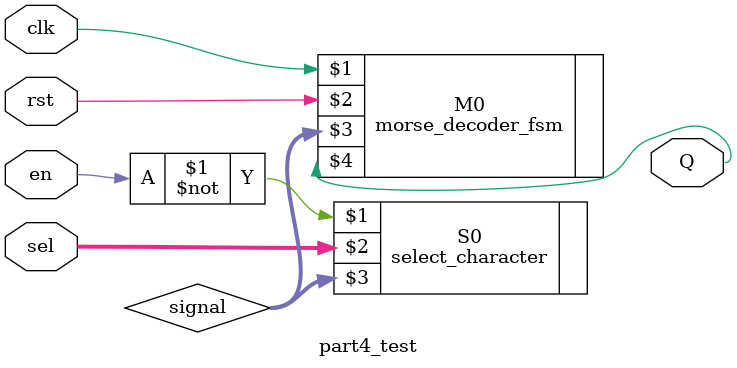
<source format=v>
module part4_test (clk, en, rst, sel, Q);
    input clk, en, rst;
    input [2:0] sel;
    output Q;

    wire [13:0] signal;

    select_character S0 (~en, sel, signal);
    morse_decoder_fsm M0 (clk, rst, signal, Q);
endmodule
</source>
